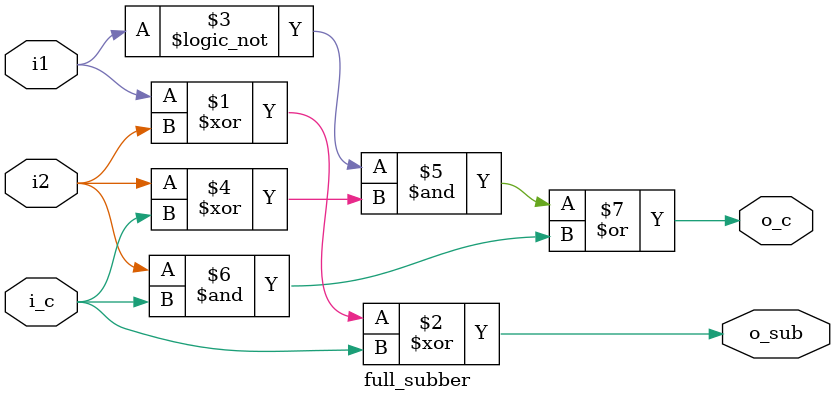
<source format=v>
`timescale 1ns / 1ps


module full_subber(
input i1,
input i2,
input i_c,        //µÍÎ»Ïò±¾Î»½èÎ»
output o_c,       //±¾Î»Ïò¸ßÎ»½èÎ»
output o_sub      //²î
    );

assign o_sub = i1^i2^i_c;
assign o_c = (!i1&(i2^i_c))| (i2&i_c);


endmodule

</source>
